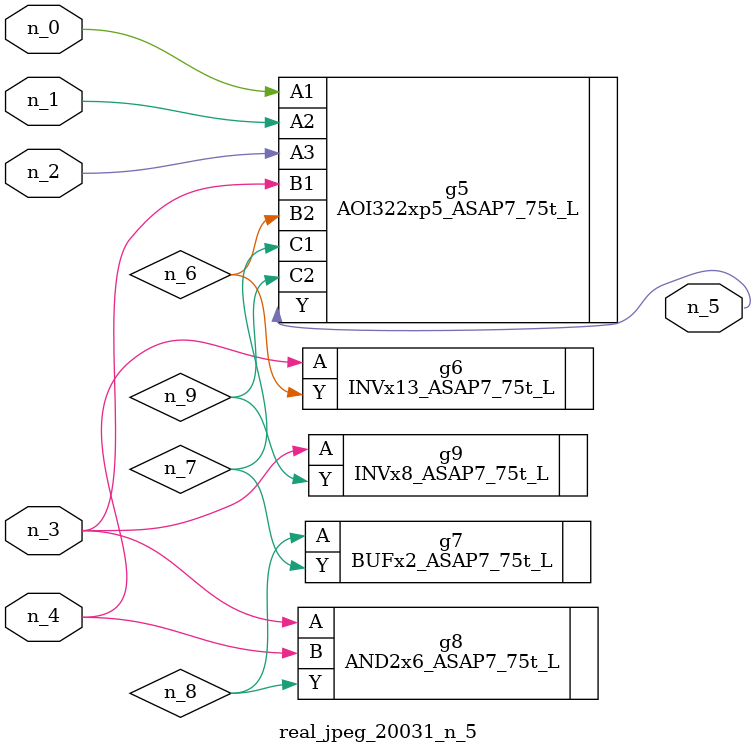
<source format=v>
module real_jpeg_20031_n_5 (n_4, n_0, n_1, n_2, n_3, n_5);

input n_4;
input n_0;
input n_1;
input n_2;
input n_3;

output n_5;

wire n_8;
wire n_6;
wire n_7;
wire n_9;

AOI322xp5_ASAP7_75t_L g5 ( 
.A1(n_0),
.A2(n_1),
.A3(n_2),
.B1(n_3),
.B2(n_6),
.C1(n_7),
.C2(n_9),
.Y(n_5)
);

AND2x6_ASAP7_75t_L g8 ( 
.A(n_3),
.B(n_4),
.Y(n_8)
);

INVx8_ASAP7_75t_L g9 ( 
.A(n_3),
.Y(n_9)
);

INVx13_ASAP7_75t_L g6 ( 
.A(n_4),
.Y(n_6)
);

BUFx2_ASAP7_75t_L g7 ( 
.A(n_8),
.Y(n_7)
);


endmodule
</source>
